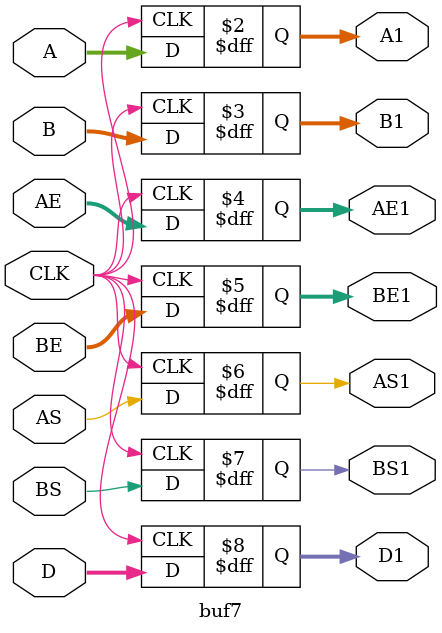
<source format=v>
`timescale 1ns / 1ps
module buf7(
    input [23:0] A,
    input [23:0] B,
    input [7:0] AE,
    input [7:0] BE,
    input AS,
    input BS,
    input [7:0] D,
    input CLK,
    output reg [23:0] A1,
    output reg [23:0] B1,
    output reg [7:0] AE1,
    output reg [7:0] BE1,
    output reg AS1,
    output reg BS1,
    output reg [7:0] D1
    );

always @(posedge CLK) begin
A1<=A;
B1<=B;
AE1<=AE;
BE1<=BE;
AS1<=AS;
BS1<=BS;
D1<=D;
end
endmodule

</source>
